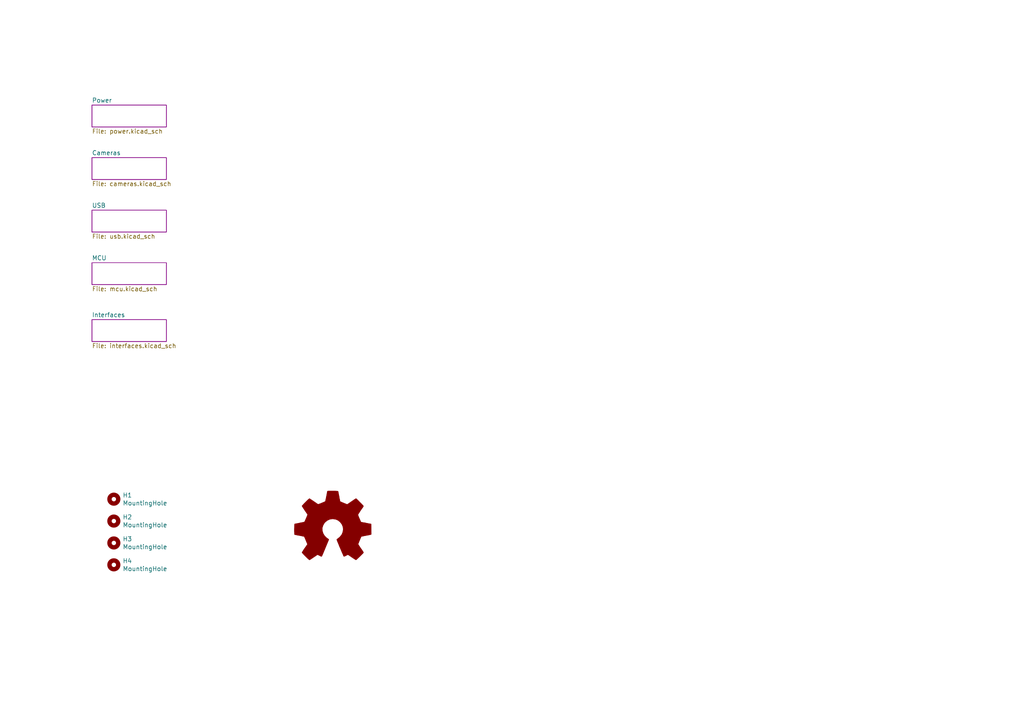
<source format=kicad_sch>
(kicad_sch (version 20200608) (host eeschema "5.99.0-unknown-ad69e44~101~ubuntu18.04.1")
  (page 7 6)
  (paper "A4")
  (title_block (title "OVC4"))
  (lib_symbols
    (symbol "Graphic:Logo_Open_Hardware_Large"
      (symbol "Logo_Open_Hardware_Large_1_1"
        (polyline (pts (xy 6.731 -8.7122) (xy 6.6294 -8.6614) (xy 6.35 -8.4836) (xy 5.9944 -8.255) (xy 5.5372 -7.9502) (xy 5.1054 -7.6454) (xy 4.7498 -7.4168) (xy 4.4958 -7.239) (xy 4.3942 -7.1882) (xy 4.318 -7.2136) (xy 4.1148 -7.3152) (xy 3.81 -7.4676) (xy 3.6322 -7.5692) (xy 3.3528 -7.6708) (xy 3.2258 -7.6962) (xy 3.2004 -7.6708) (xy 3.0988 -7.4676) (xy 2.9464 -7.0866) (xy 2.7178 -6.604) (xy 2.4892 -6.0452) (xy 2.2352 -5.4356) (xy 1.9558 -4.826) (xy 1.7272 -4.2164) (xy 1.4986 -3.683) (xy 1.3208 -3.2512) (xy 1.2192 -2.9464) (xy 1.1684 -2.8194) (xy 1.1938 -2.794) (xy 1.3208 -2.667) (xy 1.5748 -2.4892) (xy 2.0828 -2.0574) (xy 2.6162 -1.397) (xy 2.921 -0.6604) (xy 3.048 0.1524) (xy 2.9464 0.9144) (xy 2.6416 1.6256) (xy 2.1336 2.286) (xy 1.524 2.7686) (xy 0.8128 3.0734) (xy 0 3.175) (xy -0.762 3.0988) (xy -1.4986 2.794) (xy -2.159 2.286) (xy -2.4384 1.9812) (xy -2.8194 1.3208) (xy -3.048 0.6096) (xy -3.0734 0.4318) (xy -3.0226 -0.3556) (xy -2.794 -1.0922) (xy -2.3876 -1.7526) (xy -1.8288 -2.3114) (xy -1.7526 -2.3622) (xy -1.4732 -2.5654) (xy -1.2954 -2.6924) (xy -1.1684 -2.8194) (xy -2.159 -5.207) (xy -2.3114 -5.588) (xy -2.5908 -6.2484) (xy -2.8194 -6.8072) (xy -3.0226 -7.2644) (xy -3.1496 -7.5692) (xy -3.2258 -7.6708) (xy -3.2258 -7.6962) (xy -3.302 -7.6962) (xy -3.4798 -7.6454) (xy -3.8354 -7.4676) (xy -4.0386 -7.366) (xy -4.2926 -7.239) (xy -4.4196 -7.1882) (xy -4.5212 -7.239) (xy -4.7498 -7.3914) (xy -5.1054 -7.6454) (xy -5.5372 -7.9248) (xy -5.9436 -8.2042) (xy -6.3246 -8.4582) (xy -6.604 -8.636) (xy -6.731 -8.7122) (xy -6.7564 -8.7122) (xy -6.858 -8.636) (xy -7.0866 -8.4582) (xy -7.4168 -8.1534) (xy -7.874 -7.6962) (xy -7.9502 -7.62) (xy -8.3312 -7.239) (xy -8.636 -6.9088) (xy -8.8392 -6.6802) (xy -8.9154 -6.5786) (xy -8.9154 -6.5786) (xy -8.8392 -6.4516) (xy -8.6614 -6.1722) (xy -8.4328 -5.7912) (xy -8.128 -5.3594) (xy -7.3152 -4.191) (xy -7.7724 -3.0988) (xy -7.8994 -2.7686) (xy -8.0772 -2.3622) (xy -8.2042 -2.0828) (xy -8.255 -1.9558) (xy -8.382 -1.905) (xy -8.6614 -1.8542) (xy -9.0932 -1.7526) (xy -9.6266 -1.651) (xy -10.1092 -1.5748) (xy -10.541 -1.4732) (xy -10.8712 -1.4224) (xy -11.0236 -1.397) (xy -11.049 -1.3716) (xy -11.0744 -1.2954) (xy -11.0998 -1.143) (xy -11.0998 -0.889) (xy -11.1252 -0.4572) (xy -11.1252 0.1524) (xy -11.1252 0.2286) (xy -11.0998 0.8128) (xy -11.0998 1.27) (xy -11.0744 1.5494) (xy -11.0744 1.6764) (xy -11.0744 1.6764) (xy -10.922 1.7018) (xy -10.6172 1.778) (xy -10.16 1.8542) (xy -9.652 1.9558) (xy -9.6012 1.9812) (xy -9.0932 2.0828) (xy -8.636 2.159) (xy -8.3312 2.2352) (xy -8.2042 2.286) (xy -8.1788 2.3114) (xy -8.0772 2.5146) (xy -7.9248 2.8448) (xy -7.747 3.2512) (xy -7.5692 3.6576) (xy -7.4168 4.0386) (xy -7.3152 4.318) (xy -7.2898 4.445) (xy -7.2898 4.445) (xy -7.366 4.572) (xy -7.5438 4.826) (xy -7.7978 5.207) (xy -8.128 5.6642) (xy -8.128 5.6896) (xy -8.4328 6.1468) (xy -8.6868 6.5278) (xy -8.8392 6.7818) (xy -8.9154 6.9088) (xy -8.9154 6.9088) (xy -8.8138 7.0358) (xy -8.5852 7.2898) (xy -8.255 7.6454) (xy -7.874 8.0264) (xy -7.747 8.1534) (xy -7.3152 8.5852) (xy -7.0104 8.8646) (xy -6.8326 8.9916) (xy -6.731 9.0424) (xy -6.731 9.0424) (xy -6.604 8.9408) (xy -6.3246 8.763) (xy -5.9436 8.509) (xy -5.4864 8.2042) (xy -5.461 8.1788) (xy -5.0038 7.874) (xy -4.6482 7.62) (xy -4.3688 7.4422) (xy -4.2672 7.3914) (xy -4.2418 7.3914) (xy -4.064 7.4422) (xy -3.7338 7.5438) (xy -3.3528 7.6962) (xy -2.9464 7.874) (xy -2.5654 8.0264) (xy -2.286 8.1534) (xy -2.159 8.2296) (xy -2.159 8.2296) (xy -2.1082 8.382) (xy -2.032 8.7122) (xy -1.9304 9.1694) (xy -1.8288 9.7282) (xy -1.8034 9.8044) (xy -1.7018 10.3378) (xy -1.6256 10.7696) (xy -1.5748 11.0744) (xy -1.524 11.2014) (xy -1.4478 11.2268) (xy -1.1938 11.2522) (xy -0.8128 11.2522) (xy -0.3302 11.2522) (xy 0.1524 11.2522) (xy 0.6604 11.2522) (xy 1.0668 11.2268) (xy 1.3716 11.2014) (xy 1.4986 11.176) (xy 1.4986 11.176) (xy 1.5494 11.0236) (xy 1.6256 10.6934) (xy 1.7018 10.2108) (xy 1.8288 9.6774) (xy 1.8288 9.5758) (xy 1.9304 9.0424) (xy 2.032 8.6106) (xy 2.0828 8.3058) (xy 2.1336 8.2042) (xy 2.159 8.1788) (xy 2.3876 8.0772) (xy 2.7432 7.9248) (xy 3.175 7.747) (xy 4.191 7.3406) (xy 5.461 8.2042) (xy 5.5626 8.2804) (xy 6.0198 8.5852) (xy 6.3754 8.8392) (xy 6.6294 8.9916) (xy 6.7564 9.0424) (xy 6.7564 9.0424) (xy 6.8834 8.9408) (xy 7.1374 8.7122) (xy 7.4676 8.382) (xy 7.8486 7.9756) (xy 8.1534 7.6962) (xy 8.4836 7.3406) (xy 8.7122 7.112) (xy 8.8392 6.9596) (xy 8.8646 6.858) (xy 8.8646 6.8072) (xy 8.7884 6.6802) (xy 8.6106 6.4008) (xy 8.3312 6.0198) (xy 8.0264 5.588) (xy 7.7978 5.207) (xy 7.5184 4.8006) (xy 7.3406 4.4958) (xy 7.2898 4.3434) (xy 7.2898 4.2926) (xy 7.3914 4.0386) (xy 7.5184 3.683) (xy 7.7216 3.2258) (xy 8.1534 2.2352) (xy 8.7884 2.1082) (xy 9.1948 2.0574) (xy 9.7536 1.9304) (xy 10.2616 1.8288) (xy 11.0998 1.6764) (xy 11.1252 -1.3208) (xy 10.9982 -1.3716) (xy 10.8712 -1.397) (xy 10.5664 -1.4732) (xy 10.1346 -1.5494) (xy 9.6266 -1.651) (xy 9.1948 -1.7272) (xy 8.7376 -1.8288) (xy 8.4328 -1.8796) (xy 8.2804 -1.905) (xy 8.255 -1.9558) (xy 8.1534 -2.159) (xy 7.9756 -2.5146) (xy 7.8232 -2.921) (xy 7.6454 -3.3274) (xy 7.493 -3.7338) (xy 7.366 -4.0132) (xy 7.3406 -4.191) (xy 7.3914 -4.2926) (xy 7.5692 -4.5466) (xy 7.7978 -4.9276) (xy 8.1026 -5.3594) (xy 8.4074 -5.7912) (xy 8.6614 -6.1722) (xy 8.8138 -6.4262) (xy 8.89 -6.5532) (xy 8.8646 -6.6548) (xy 8.6868 -6.858) (xy 8.3566 -7.1882) (xy 7.874 -7.6708) (xy 7.7978 -7.747) (xy 7.3914 -8.128) (xy 7.0612 -8.4328) (xy 6.8326 -8.636) (xy 6.731 -8.7122)) (fill (type outline)))
      )
    )
    (symbol "Mechanical:MountingHole"
      (property "Reference" "H" (at 0 5.08 0))
      (property "Value" "MountingHole" (at 0 3.175 0))
      (symbol "MountingHole_0_1"
        (circle (center 0 0) (radius 1.27) (stroke (width 1.27)))
      )
    )
  )
  (symbol (lib_id "Mechanical:MountingHole") (at 33.02 144.78 0)
    (property "Reference" "H1" (at 35.5601 143.6306 0) (effects (justify left)))
    (property "Value" "MountingHole" (at 35.5601 145.9293 0) (effects (justify left)))
    (property "Footprint" "MountingHole:MountingHole_2.5mm" (effects hide))
  )
  (symbol (lib_id "Mechanical:MountingHole") (at 33.02 151.13 0)
    (property "Reference" "H2" (at 35.5601 149.9806 0) (effects (justify left)))
    (property "Value" "MountingHole" (at 35.5601 152.2793 0) (effects (justify left)))
    (property "Footprint" "MountingHole:MountingHole_2.5mm" (effects hide))
  )
  (symbol (lib_id "Mechanical:MountingHole") (at 33.02 157.48 0)
    (property "Reference" "H3" (at 35.5601 156.3306 0) (effects (justify left)))
    (property "Value" "MountingHole" (at 35.5601 158.6293 0) (effects (justify left)))
    (property "Footprint" "MountingHole:MountingHole_2.5mm" (effects hide))
  )
  (symbol (lib_id "Mechanical:MountingHole") (at 33.02 163.83 0)
    (property "Reference" "H4" (at 35.5601 162.6806 0) (effects (justify left)))
    (property "Value" "MountingHole" (at 35.5601 164.9793 0) (effects (justify left)))
    (property "Footprint" "MountingHole:MountingHole_2.5mm" (effects hide))
  )
  (symbol (lib_id "Graphic:Logo_Open_Hardware_Large") (at 96.52 153.67 0)
    (property "Reference" "LOGO1" (effects hide))
    (property "Value" "Logo_Open_Hardware_Large" (effects hide))
    (property "Footprint" "Symbol:OSHW-Logo2_7.3x6mm_SilkScreen" (effects hide))
  )
  (sheet (at 26.67 45.72) (size 21.59 6.35) (stroke (width 0.1524) (color 132 0 132 1)) (fill (color 255 255 255 0.0000))
    (property "Sheet name" "Cameras" (at 26.67 45.0845 0) (effects (justify left bottom)))
    (property "Sheet file" "cameras.kicad_sch" (at 26.67 52.5785 0) (effects (justify left top)))
  )
  (sheet (at 26.67 92.71) (size 21.59 6.35) (stroke (width 0.1524) (color 132 0 132 1)) (fill (color 255 255 255 0.0000))
    (property "Sheet name" "Interfaces" (at 26.67 92.0745 0) (effects (justify left bottom)))
    (property "Sheet file" "interfaces.kicad_sch" (at 26.67 99.5685 0) (effects (justify left top)))
  )
  (sheet (at 26.67 76.2) (size 21.59 6.35) (stroke (width 0.1524) (color 132 0 132 1)) (fill (color 255 255 255 0.0000))
    (property "Sheet name" "MCU" (at 26.67 75.5645 0) (effects (justify left bottom)))
    (property "Sheet file" "mcu.kicad_sch" (at 26.67 83.0585 0) (effects (justify left top)))
  )
  (sheet (at 26.67 30.48) (size 21.59 6.35) (stroke (width 0.1524) (color 132 0 132 1)) (fill (color 255 255 255 0.0000))
    (property "Sheet name" "Power" (at 26.67 29.8445 0) (effects (justify left bottom)))
    (property "Sheet file" "power.kicad_sch" (at 26.67 37.3385 0) (effects (justify left top)))
  )
  (sheet (at 26.67 60.96) (size 21.59 6.35) (stroke (width 0.1524) (color 132 0 132 1)) (fill (color 255 255 255 0.0000))
    (property "Sheet name" "USB" (at 26.67 60.3245 0) (effects (justify left bottom)))
    (property "Sheet file" "usb.kicad_sch" (at 26.67 67.8185 0) (effects (justify left top)))
  )
)
</source>
